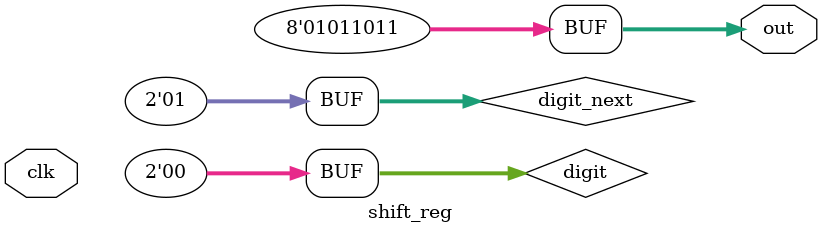
<source format=v>
module shift_reg(clk, out);
input clk;
 output [7:0]  out;
 reg [1:0] digit ;
reg [1:0]  digit_next;
assign digit=0;
assign digit_next = digit+1;
always @(posedge clk)
begin
digit=digit_next;
 end
assign out = digit[1] ? (digit[0] ? 8'h7b : 8'h7f) : (digit[0] ? 8'h7b : 8'h5b);
endmodule 


</source>
